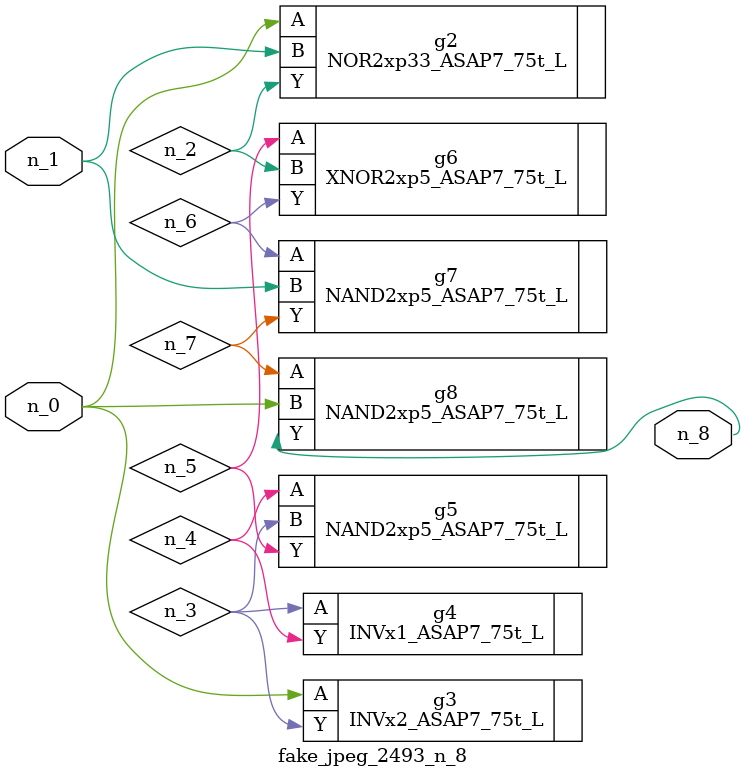
<source format=v>
module fake_jpeg_2493_n_8 (n_0, n_1, n_8);

input n_0;
input n_1;

output n_8;

wire n_3;
wire n_2;
wire n_4;
wire n_6;
wire n_5;
wire n_7;

NOR2xp33_ASAP7_75t_L g2 ( 
.A(n_0),
.B(n_1),
.Y(n_2)
);

INVx2_ASAP7_75t_L g3 ( 
.A(n_0),
.Y(n_3)
);

INVx1_ASAP7_75t_L g4 ( 
.A(n_3),
.Y(n_4)
);

NAND2xp5_ASAP7_75t_L g5 ( 
.A(n_4),
.B(n_3),
.Y(n_5)
);

XNOR2xp5_ASAP7_75t_L g6 ( 
.A(n_5),
.B(n_2),
.Y(n_6)
);

NAND2xp5_ASAP7_75t_L g7 ( 
.A(n_6),
.B(n_1),
.Y(n_7)
);

NAND2xp5_ASAP7_75t_L g8 ( 
.A(n_7),
.B(n_0),
.Y(n_8)
);


endmodule
</source>
